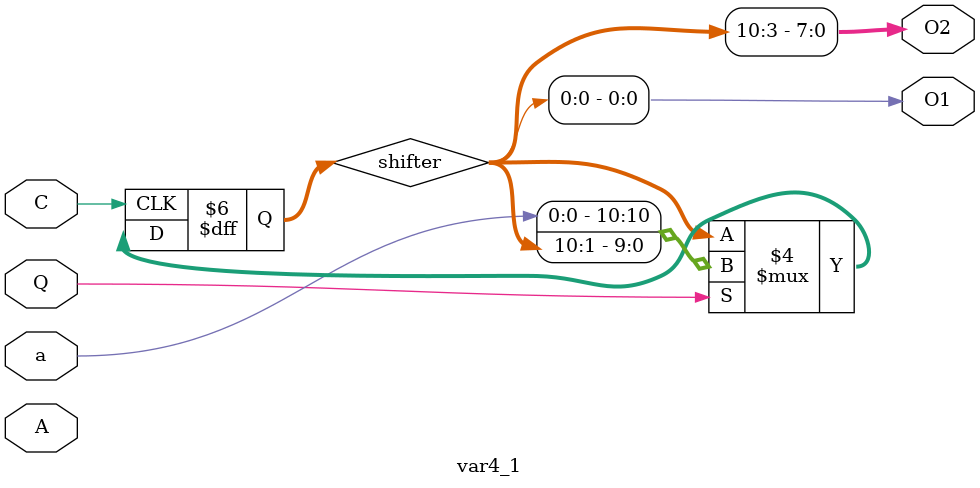
<source format=v>
`timescale 1ns / 1ps
module var4_1(
input Q, a, C,
input [9:0] A,
output O1, 
output [7:0] O2
);
reg [10:0] shifter;
initial 
begin
    shifter = 0;
end
always @(posedge C)
begin
    if (Q)
        shifter = {a, shifter[10:1]};
end

assign O1 = shifter[0];
assign O2 = shifter[10:3];
endmodule

</source>
